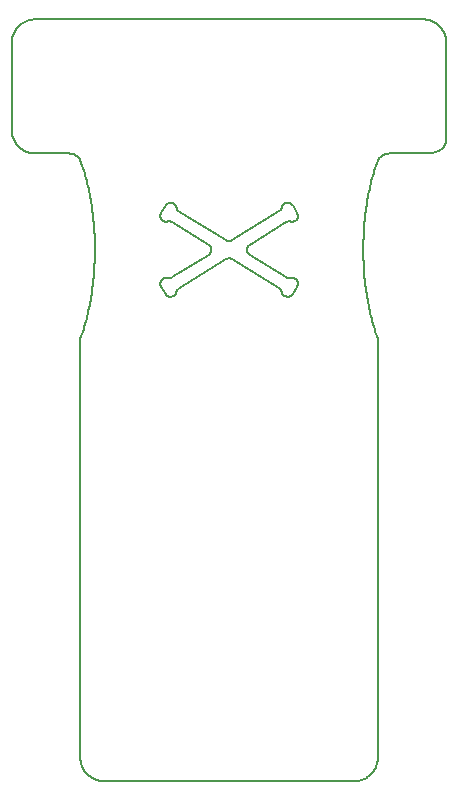
<source format=gm1>
G04 #@! TF.GenerationSoftware,KiCad,Pcbnew,5.1.9+dfsg1-1*
G04 #@! TF.CreationDate,2022-03-10T00:01:25+01:00*
G04 #@! TF.ProjectId,edgedriver,65646765-6472-4697-9665-722e6b696361,rev?*
G04 #@! TF.SameCoordinates,Original*
G04 #@! TF.FileFunction,Profile,NP*
%FSLAX46Y46*%
G04 Gerber Fmt 4.6, Leading zero omitted, Abs format (unit mm)*
G04 Created by KiCad (PCBNEW 5.1.9+dfsg1-1) date 2022-03-10 00:01:25*
%MOMM*%
%LPD*%
G01*
G04 APERTURE LIST*
G04 #@! TA.AperFunction,Profile*
%ADD10C,0.141421*%
G04 #@! TD*
G04 APERTURE END LIST*
D10*
X-16399440Y19500102D02*
X-16502663Y19497508D01*
X-16502663Y19497508D02*
X-16604498Y19489809D01*
X-16604498Y19489809D02*
X-16704822Y19477129D01*
X-16704822Y19477129D02*
X-16803510Y19459592D01*
X-16803510Y19459592D02*
X-16900439Y19437322D01*
X-16900439Y19437322D02*
X-16995485Y19410443D01*
X-16995485Y19410443D02*
X-17088524Y19379078D01*
X-17088524Y19379078D02*
X-17179432Y19343352D01*
X-17179432Y19343352D02*
X-17268085Y19303389D01*
X-17268085Y19303389D02*
X-17354360Y19259312D01*
X-17354360Y19259312D02*
X-17438132Y19211245D01*
X-17438132Y19211245D02*
X-17519277Y19159313D01*
X-17519277Y19159313D02*
X-17597672Y19103638D01*
X-17597672Y19103638D02*
X-17673193Y19044346D01*
X-17673193Y19044346D02*
X-17745716Y18981560D01*
X-17745716Y18981560D02*
X-17815117Y18915404D01*
X-17815117Y18915404D02*
X-17881272Y18846002D01*
X-17881272Y18846002D02*
X-17944057Y18773478D01*
X-17944057Y18773478D02*
X-18003348Y18697955D01*
X-18003348Y18697955D02*
X-18059022Y18619558D01*
X-18059022Y18619558D02*
X-18110954Y18538411D01*
X-18110954Y18538411D02*
X-18159021Y18454637D01*
X-18159021Y18454637D02*
X-18203098Y18368361D01*
X-18203098Y18368361D02*
X-18243062Y18279706D01*
X-18243062Y18279706D02*
X-18278790Y18188796D01*
X-18278790Y18188796D02*
X-18310156Y18095756D01*
X-18310156Y18095756D02*
X-18337037Y18000709D01*
X-18337037Y18000709D02*
X-18359310Y17903778D01*
X-18359310Y17903778D02*
X-18376850Y17805089D01*
X-18376850Y17805089D02*
X-18389533Y17704765D01*
X-18389533Y17704765D02*
X-18397236Y17602930D01*
X-18397236Y17602930D02*
X-18399835Y17499707D01*
X-18399835Y17499707D02*
X-18400206Y10140983D01*
X-18400206Y10140983D02*
X-18397617Y10037760D01*
X-18397617Y10037760D02*
X-18389922Y9935925D01*
X-18389922Y9935925D02*
X-18377246Y9835600D01*
X-18377246Y9835600D02*
X-18359712Y9736911D01*
X-18359712Y9736911D02*
X-18337445Y9639981D01*
X-18337445Y9639981D02*
X-18310568Y9544934D01*
X-18310568Y9544934D02*
X-18279205Y9451893D01*
X-18279205Y9451893D02*
X-18243480Y9360984D01*
X-18243480Y9360984D02*
X-18203517Y9272329D01*
X-18203517Y9272329D02*
X-18159441Y9186052D01*
X-18159441Y9186052D02*
X-18111374Y9102279D01*
X-18111374Y9102279D02*
X-18059441Y9021131D01*
X-18059441Y9021131D02*
X-18003766Y8942735D01*
X-18003766Y8942735D02*
X-17944474Y8867212D01*
X-17944474Y8867212D02*
X-17881686Y8794688D01*
X-17881686Y8794688D02*
X-17815529Y8725286D01*
X-17815529Y8725286D02*
X-17746126Y8659130D01*
X-17746126Y8659130D02*
X-17673600Y8596343D01*
X-17673600Y8596343D02*
X-17598076Y8537051D01*
X-17598076Y8537051D02*
X-17519677Y8481377D01*
X-17519677Y8481377D02*
X-17438528Y8429445D01*
X-17438528Y8429445D02*
X-17354753Y8381378D01*
X-17354753Y8381378D02*
X-17268475Y8337301D01*
X-17268475Y8337301D02*
X-17179818Y8297337D01*
X-17179818Y8297337D02*
X-17088907Y8261611D01*
X-17088907Y8261611D02*
X-16995865Y8230247D01*
X-16995865Y8230247D02*
X-16900816Y8203367D01*
X-16900816Y8203367D02*
X-16803885Y8181097D01*
X-16803885Y8181097D02*
X-16705195Y8163561D01*
X-16705195Y8163561D02*
X-16604870Y8150881D01*
X-16604870Y8150881D02*
X-16503034Y8143182D01*
X-16503034Y8143182D02*
X-16399811Y8140588D01*
X-16399811Y8140588D02*
X-14699140Y8140588D01*
X-14699140Y8140588D02*
X-13637852Y8140588D01*
X-13637852Y8140588D02*
X-13583573Y8139794D01*
X-13583573Y8139794D02*
X-13530535Y8137444D01*
X-13530535Y8137444D02*
X-13478751Y8133569D01*
X-13478751Y8133569D02*
X-13428233Y8128200D01*
X-13428233Y8128200D02*
X-13378993Y8121371D01*
X-13378993Y8121371D02*
X-13331043Y8113111D01*
X-13331043Y8113111D02*
X-13284396Y8103453D01*
X-13284396Y8103453D02*
X-13239064Y8092428D01*
X-13239064Y8092428D02*
X-13195059Y8080067D01*
X-13195059Y8080067D02*
X-13152394Y8066403D01*
X-13152394Y8066403D02*
X-13111080Y8051467D01*
X-13111080Y8051467D02*
X-13071130Y8035290D01*
X-13071130Y8035290D02*
X-13032557Y8017904D01*
X-13032557Y8017904D02*
X-12995372Y7999340D01*
X-12995372Y7999340D02*
X-12959588Y7979630D01*
X-12959588Y7979630D02*
X-12925216Y7958806D01*
X-12925216Y7958806D02*
X-12892270Y7936899D01*
X-12892270Y7936899D02*
X-12860762Y7913941D01*
X-12860762Y7913941D02*
X-12830703Y7889962D01*
X-12830703Y7889962D02*
X-12802107Y7864996D01*
X-12802107Y7864996D02*
X-12774984Y7839073D01*
X-12774984Y7839073D02*
X-12749349Y7812224D01*
X-12749349Y7812224D02*
X-12725212Y7784482D01*
X-12725212Y7784482D02*
X-12702586Y7755879D01*
X-12702586Y7755879D02*
X-12681484Y7726444D01*
X-12681484Y7726444D02*
X-12661917Y7696211D01*
X-12661917Y7696211D02*
X-12643898Y7665210D01*
X-12643898Y7665210D02*
X-12627440Y7633474D01*
X-12627440Y7633474D02*
X-12612553Y7601033D01*
X-12612553Y7601033D02*
X-12599252Y7567919D01*
X-12599252Y7567919D02*
X-12587547Y7534165D01*
X-12587547Y7534165D02*
X-12577452Y7499800D01*
X-12577452Y7499800D02*
X-12504782Y7298777D01*
X-12504782Y7298777D02*
X-12434222Y7094805D01*
X-12434222Y7094805D02*
X-12365785Y6887964D01*
X-12365785Y6887964D02*
X-12299483Y6678333D01*
X-12299483Y6678333D02*
X-12235330Y6465993D01*
X-12235330Y6465993D02*
X-12173338Y6251023D01*
X-12173338Y6251023D02*
X-12113521Y6033503D01*
X-12113521Y6033503D02*
X-12055891Y5813512D01*
X-12055891Y5813512D02*
X-12000461Y5591131D01*
X-12000461Y5591131D02*
X-11947244Y5366440D01*
X-11947244Y5366440D02*
X-11896253Y5139517D01*
X-11896253Y5139517D02*
X-11847502Y4910443D01*
X-11847502Y4910443D02*
X-11801002Y4679297D01*
X-11801002Y4679297D02*
X-11756766Y4446159D01*
X-11756766Y4446159D02*
X-11714809Y4211110D01*
X-11714809Y4211110D02*
X-11675142Y3974228D01*
X-11675142Y3974228D02*
X-11637779Y3735593D01*
X-11637779Y3735593D02*
X-11602732Y3495286D01*
X-11602732Y3495286D02*
X-11570014Y3253386D01*
X-11570014Y3253386D02*
X-11539639Y3009972D01*
X-11539639Y3009972D02*
X-11511619Y2765125D01*
X-11511619Y2765125D02*
X-11485967Y2518924D01*
X-11485967Y2518924D02*
X-11462697Y2271449D01*
X-11462697Y2271449D02*
X-11441820Y2022780D01*
X-11441820Y2022780D02*
X-11423350Y1772996D01*
X-11423350Y1772996D02*
X-11407300Y1522177D01*
X-11407300Y1522177D02*
X-11393682Y1270403D01*
X-11393682Y1270403D02*
X-11382511Y1017754D01*
X-11382511Y1017754D02*
X-11373798Y764310D01*
X-11373798Y764310D02*
X-11367556Y510149D01*
X-11367556Y510149D02*
X-11363799Y255353D01*
X-11363799Y255353D02*
X-11362539Y0D01*
X-11362539Y0D02*
X-11363826Y-257803D01*
X-11363826Y-257803D02*
X-11367659Y-515034D01*
X-11367659Y-515034D02*
X-11374023Y-771610D01*
X-11374023Y-771610D02*
X-11382906Y-1027449D01*
X-11382906Y-1027449D02*
X-11394294Y-1282470D01*
X-11394294Y-1282470D02*
X-11408173Y-1536590D01*
X-11408173Y-1536590D02*
X-11424531Y-1789728D01*
X-11424531Y-1789728D02*
X-11443354Y-2041802D01*
X-11443354Y-2041802D02*
X-11464628Y-2292729D01*
X-11464628Y-2292729D02*
X-11488340Y-2542428D01*
X-11488340Y-2542428D02*
X-11514476Y-2790817D01*
X-11514476Y-2790817D02*
X-11543024Y-3037814D01*
X-11543024Y-3037814D02*
X-11573969Y-3283337D01*
X-11573969Y-3283337D02*
X-11607299Y-3527304D01*
X-11607299Y-3527304D02*
X-11643000Y-3769633D01*
X-11643000Y-3769633D02*
X-11681058Y-4010242D01*
X-11681058Y-4010242D02*
X-11721460Y-4249049D01*
X-11721460Y-4249049D02*
X-11764193Y-4485973D01*
X-11764193Y-4485973D02*
X-11809244Y-4720930D01*
X-11809244Y-4720930D02*
X-11856598Y-4953841D01*
X-11856598Y-4953841D02*
X-11906243Y-5184622D01*
X-11906243Y-5184622D02*
X-11958165Y-5413191D01*
X-11958165Y-5413191D02*
X-12012350Y-5639467D01*
X-12012350Y-5639467D02*
X-12068786Y-5863368D01*
X-12068786Y-5863368D02*
X-12127459Y-6084811D01*
X-12127459Y-6084811D02*
X-12188355Y-6303715D01*
X-12188355Y-6303715D02*
X-12251461Y-6519998D01*
X-12251461Y-6519998D02*
X-12316764Y-6733578D01*
X-12316764Y-6733578D02*
X-12384250Y-6944373D01*
X-12384250Y-6944373D02*
X-12453905Y-7152301D01*
X-12453905Y-7152301D02*
X-12525717Y-7357280D01*
X-12525717Y-7357280D02*
X-12599672Y-7559228D01*
X-12599672Y-7559228D02*
X-12599672Y-42999958D01*
X-12599672Y-42999958D02*
X-12597080Y-43103180D01*
X-12597080Y-43103180D02*
X-12589386Y-43205011D01*
X-12589386Y-43205011D02*
X-12576713Y-43305328D01*
X-12576713Y-43305328D02*
X-12559186Y-43404008D01*
X-12559186Y-43404008D02*
X-12536927Y-43500927D01*
X-12536927Y-43500927D02*
X-12510062Y-43595961D01*
X-12510062Y-43595961D02*
X-12478713Y-43688985D01*
X-12478713Y-43688985D02*
X-12443004Y-43779878D01*
X-12443004Y-43779878D02*
X-12403059Y-43868514D01*
X-12403059Y-43868514D02*
X-12359003Y-43954770D01*
X-12359003Y-43954770D02*
X-12310957Y-44038523D01*
X-12310957Y-44038523D02*
X-12259047Y-44119648D01*
X-12259047Y-44119648D02*
X-12203396Y-44198022D01*
X-12203396Y-44198022D02*
X-12144127Y-44273521D01*
X-12144127Y-44273521D02*
X-12081365Y-44346021D01*
X-12081365Y-44346021D02*
X-12015234Y-44415399D01*
X-12015234Y-44415399D02*
X-11945856Y-44481531D01*
X-11945856Y-44481531D02*
X-11873355Y-44544293D01*
X-11873355Y-44544293D02*
X-11797856Y-44603562D01*
X-11797856Y-44603562D02*
X-11719483Y-44659213D01*
X-11719483Y-44659213D02*
X-11638358Y-44711123D01*
X-11638358Y-44711123D02*
X-11554605Y-44759168D01*
X-11554605Y-44759168D02*
X-11468349Y-44803225D01*
X-11468349Y-44803225D02*
X-11379713Y-44843169D01*
X-11379713Y-44843169D02*
X-11288821Y-44878878D01*
X-11288821Y-44878878D02*
X-11195796Y-44910227D01*
X-11195796Y-44910227D02*
X-11100762Y-44937092D01*
X-11100762Y-44937092D02*
X-11003844Y-44959350D01*
X-11003844Y-44959350D02*
X-10905164Y-44976877D01*
X-10905164Y-44976877D02*
X-10804847Y-44989550D01*
X-10804847Y-44989550D02*
X-10703016Y-44997244D01*
X-10703016Y-44997244D02*
X-10599795Y-44999835D01*
X-10599795Y-44999835D02*
X10599980Y-44999835D01*
X10599980Y-44999835D02*
X10703201Y-44997244D01*
X10703201Y-44997244D02*
X10805032Y-44989550D01*
X10805032Y-44989550D02*
X10905349Y-44976877D01*
X10905349Y-44976877D02*
X11004029Y-44959350D01*
X11004029Y-44959350D02*
X11100948Y-44937092D01*
X11100948Y-44937092D02*
X11195981Y-44910227D01*
X11195981Y-44910227D02*
X11289006Y-44878878D01*
X11289006Y-44878878D02*
X11379898Y-44843169D01*
X11379898Y-44843169D02*
X11468534Y-44803225D01*
X11468534Y-44803225D02*
X11554790Y-44759168D01*
X11554790Y-44759168D02*
X11638543Y-44711123D01*
X11638543Y-44711123D02*
X11719668Y-44659213D01*
X11719668Y-44659213D02*
X11798042Y-44603562D01*
X11798042Y-44603562D02*
X11873540Y-44544293D01*
X11873540Y-44544293D02*
X11946041Y-44481531D01*
X11946041Y-44481531D02*
X12015419Y-44415399D01*
X12015419Y-44415399D02*
X12081551Y-44346021D01*
X12081551Y-44346021D02*
X12144313Y-44273521D01*
X12144313Y-44273521D02*
X12203581Y-44198022D01*
X12203581Y-44198022D02*
X12259232Y-44119648D01*
X12259232Y-44119648D02*
X12311142Y-44038523D01*
X12311142Y-44038523D02*
X12359188Y-43954770D01*
X12359188Y-43954770D02*
X12403245Y-43868514D01*
X12403245Y-43868514D02*
X12443189Y-43779878D01*
X12443189Y-43779878D02*
X12478898Y-43688985D01*
X12478898Y-43688985D02*
X12510247Y-43595961D01*
X12510247Y-43595961D02*
X12537112Y-43500927D01*
X12537112Y-43500927D02*
X12559371Y-43404008D01*
X12559371Y-43404008D02*
X12576898Y-43305328D01*
X12576898Y-43305328D02*
X12589571Y-43205011D01*
X12589571Y-43205011D02*
X12597265Y-43103180D01*
X12597265Y-43103180D02*
X12599858Y-42999958D01*
X12599858Y-42999958D02*
X12599858Y-7560262D01*
X12599858Y-7560262D02*
X12525893Y-7358288D01*
X12525893Y-7358288D02*
X12454072Y-7153281D01*
X12454072Y-7153281D02*
X12384408Y-6945326D01*
X12384408Y-6945326D02*
X12316915Y-6734503D01*
X12316915Y-6734503D02*
X12251605Y-6520894D01*
X12251605Y-6520894D02*
X12188492Y-6304581D01*
X12188492Y-6304581D02*
X12127590Y-6085647D01*
X12127590Y-6085647D02*
X12068912Y-5864173D01*
X12068912Y-5864173D02*
X12012472Y-5640242D01*
X12012472Y-5640242D02*
X11958282Y-5413934D01*
X11958282Y-5413934D02*
X11906357Y-5185333D01*
X11906357Y-5185333D02*
X11856709Y-4954520D01*
X11856709Y-4954520D02*
X11809353Y-4721577D01*
X11809353Y-4721577D02*
X11764300Y-4486586D01*
X11764300Y-4486586D02*
X11721566Y-4249629D01*
X11721566Y-4249629D02*
X11681163Y-4010788D01*
X11681163Y-4010788D02*
X11643105Y-3770145D01*
X11643105Y-3770145D02*
X11607405Y-3527782D01*
X11607405Y-3527782D02*
X11574077Y-3283781D01*
X11574077Y-3283781D02*
X11543133Y-3038224D01*
X11543133Y-3038224D02*
X11514588Y-2791193D01*
X11514588Y-2791193D02*
X11488455Y-2542770D01*
X11488455Y-2542770D02*
X11464747Y-2293036D01*
X11464747Y-2293036D02*
X11443478Y-2042074D01*
X11443478Y-2042074D02*
X11424661Y-1789966D01*
X11424661Y-1789966D02*
X11408309Y-1536794D01*
X11408309Y-1536794D02*
X11394436Y-1282639D01*
X11394436Y-1282639D02*
X11383055Y-1027584D01*
X11383055Y-1027584D02*
X11374180Y-771711D01*
X11374180Y-771711D02*
X11367825Y-515101D01*
X11367825Y-515101D02*
X11364001Y-257837D01*
X11364001Y-257837D02*
X11362724Y0D01*
X11362724Y0D02*
X11363984Y255353D01*
X11363984Y255353D02*
X11367741Y510149D01*
X11367741Y510149D02*
X11373983Y764310D01*
X11373983Y764310D02*
X11382696Y1017754D01*
X11382696Y1017754D02*
X11393868Y1270403D01*
X11393868Y1270403D02*
X11407485Y1522177D01*
X11407485Y1522177D02*
X11423535Y1772996D01*
X11423535Y1772996D02*
X11442005Y2022780D01*
X11442005Y2022780D02*
X11462882Y2271449D01*
X11462882Y2271449D02*
X11486153Y2518924D01*
X11486153Y2518924D02*
X11511804Y2765125D01*
X11511804Y2765125D02*
X11539824Y3009972D01*
X11539824Y3009972D02*
X11570200Y3253386D01*
X11570200Y3253386D02*
X11602917Y3495286D01*
X11602917Y3495286D02*
X11637964Y3735593D01*
X11637964Y3735593D02*
X11675327Y3974228D01*
X11675327Y3974228D02*
X11714994Y4211110D01*
X11714994Y4211110D02*
X11756952Y4446159D01*
X11756952Y4446159D02*
X11801187Y4679297D01*
X11801187Y4679297D02*
X11847687Y4910443D01*
X11847687Y4910443D02*
X11896439Y5139517D01*
X11896439Y5139517D02*
X11947429Y5366440D01*
X11947429Y5366440D02*
X12000646Y5591131D01*
X12000646Y5591131D02*
X12056076Y5813512D01*
X12056076Y5813512D02*
X12113706Y6033503D01*
X12113706Y6033503D02*
X12173524Y6251023D01*
X12173524Y6251023D02*
X12235515Y6465993D01*
X12235515Y6465993D02*
X12299668Y6678333D01*
X12299668Y6678333D02*
X12365970Y6887964D01*
X12365970Y6887964D02*
X12434407Y7094805D01*
X12434407Y7094805D02*
X12504967Y7298777D01*
X12504967Y7298777D02*
X12577637Y7499800D01*
X12577637Y7499800D02*
X12586908Y7531087D01*
X12586908Y7531087D02*
X12597892Y7562154D01*
X12597892Y7562154D02*
X12610573Y7592952D01*
X12610573Y7592952D02*
X12624933Y7623429D01*
X12624933Y7623429D02*
X12640955Y7653536D01*
X12640955Y7653536D02*
X12658621Y7683220D01*
X12658621Y7683220D02*
X12677914Y7712431D01*
X12677914Y7712431D02*
X12698817Y7741120D01*
X12698817Y7741120D02*
X12721311Y7769233D01*
X12721311Y7769233D02*
X12745380Y7796722D01*
X12745380Y7796722D02*
X12771006Y7823535D01*
X12771006Y7823535D02*
X12798172Y7849622D01*
X12798172Y7849622D02*
X12826861Y7874931D01*
X12826861Y7874931D02*
X12857054Y7899412D01*
X12857054Y7899412D02*
X12888735Y7923014D01*
X12888735Y7923014D02*
X12921886Y7945687D01*
X12921886Y7945687D02*
X12956490Y7967379D01*
X12956490Y7967379D02*
X12992529Y7988040D01*
X12992529Y7988040D02*
X13029986Y8007619D01*
X13029986Y8007619D02*
X13068844Y8026065D01*
X13068844Y8026065D02*
X13109085Y8043328D01*
X13109085Y8043328D02*
X13150691Y8059357D01*
X13150691Y8059357D02*
X13193646Y8074100D01*
X13193646Y8074100D02*
X13237931Y8087508D01*
X13237931Y8087508D02*
X13283530Y8099529D01*
X13283530Y8099529D02*
X13330425Y8110113D01*
X13330425Y8110113D02*
X13378599Y8119209D01*
X13378599Y8119209D02*
X13428034Y8126765D01*
X13428034Y8126765D02*
X13478712Y8132733D01*
X13478712Y8132733D02*
X13530618Y8137059D01*
X13530618Y8137059D02*
X13583732Y8139695D01*
X13583732Y8139695D02*
X13638037Y8140588D01*
X13638037Y8140588D02*
X14698954Y8140588D01*
X14698954Y8140588D02*
X16399626Y8140588D01*
X16399626Y8140588D02*
X16502848Y8141344D01*
X16502848Y8141344D02*
X16604684Y8143684D01*
X16604684Y8143684D02*
X16705008Y8147721D01*
X16705008Y8147721D02*
X16803697Y8153564D01*
X16803697Y8153564D02*
X16900628Y8161324D01*
X16900628Y8161324D02*
X16995675Y8171112D01*
X16995675Y8171112D02*
X17088715Y8183038D01*
X17088715Y8183038D02*
X17179625Y8197214D01*
X17179625Y8197214D02*
X17268280Y8213751D01*
X17268280Y8213751D02*
X17354556Y8232758D01*
X17354556Y8232758D02*
X17438330Y8254347D01*
X17438330Y8254347D02*
X17519477Y8278628D01*
X17519477Y8278628D02*
X17597874Y8305712D01*
X17597874Y8305712D02*
X17673397Y8335711D01*
X17673397Y8335711D02*
X17745921Y8368733D01*
X17745921Y8368733D02*
X17815323Y8404892D01*
X17815323Y8404892D02*
X17881479Y8444296D01*
X17881479Y8444296D02*
X17944265Y8487057D01*
X17944265Y8487057D02*
X18003557Y8533286D01*
X18003557Y8533286D02*
X18059231Y8583093D01*
X18059231Y8583093D02*
X18111164Y8636589D01*
X18111164Y8636589D02*
X18159231Y8693885D01*
X18159231Y8693885D02*
X18203308Y8755091D01*
X18203308Y8755091D02*
X18243271Y8820319D01*
X18243271Y8820319D02*
X18278997Y8889679D01*
X18278997Y8889679D02*
X18310362Y8963281D01*
X18310362Y8963281D02*
X18337241Y9041237D01*
X18337241Y9041237D02*
X18359511Y9123657D01*
X18359511Y9123657D02*
X18377048Y9210653D01*
X18377048Y9210653D02*
X18389728Y9302333D01*
X18389728Y9302333D02*
X18397427Y9398811D01*
X18397427Y9398811D02*
X18400020Y9500195D01*
X18400020Y9500195D02*
X18400020Y17499707D01*
X18400020Y17499707D02*
X18397427Y17602930D01*
X18397427Y17602930D02*
X18389728Y17704765D01*
X18389728Y17704765D02*
X18377048Y17805089D01*
X18377048Y17805089D02*
X18359511Y17903778D01*
X18359511Y17903778D02*
X18337241Y18000709D01*
X18337241Y18000709D02*
X18310362Y18095756D01*
X18310362Y18095756D02*
X18278997Y18188796D01*
X18278997Y18188796D02*
X18243271Y18279706D01*
X18243271Y18279706D02*
X18203308Y18368361D01*
X18203308Y18368361D02*
X18159231Y18454637D01*
X18159231Y18454637D02*
X18111164Y18538411D01*
X18111164Y18538411D02*
X18059231Y18619558D01*
X18059231Y18619558D02*
X18003557Y18697955D01*
X18003557Y18697955D02*
X17944265Y18773478D01*
X17944265Y18773478D02*
X17881479Y18846002D01*
X17881479Y18846002D02*
X17815323Y18915404D01*
X17815323Y18915404D02*
X17745921Y18981560D01*
X17745921Y18981560D02*
X17673397Y19044346D01*
X17673397Y19044346D02*
X17597874Y19103638D01*
X17597874Y19103638D02*
X17519477Y19159313D01*
X17519477Y19159313D02*
X17438330Y19211245D01*
X17438330Y19211245D02*
X17354556Y19259312D01*
X17354556Y19259312D02*
X17268280Y19303389D01*
X17268280Y19303389D02*
X17179625Y19343352D01*
X17179625Y19343352D02*
X17088715Y19379078D01*
X17088715Y19379078D02*
X16995675Y19410443D01*
X16995675Y19410443D02*
X16900628Y19437322D01*
X16900628Y19437322D02*
X16803697Y19459592D01*
X16803697Y19459592D02*
X16705008Y19477129D01*
X16705008Y19477129D02*
X16604684Y19489809D01*
X16604684Y19489809D02*
X16502848Y19497508D01*
X16502848Y19497508D02*
X16399626Y19500102D01*
X16399626Y19500102D02*
X-16399440Y19500102D01*
X-4958308Y3984888D02*
X-5002424Y3983941D01*
X-5002424Y3983941D02*
X-5044657Y3979217D01*
X-5044657Y3979217D02*
X-5084475Y3970888D01*
X-5084475Y3970888D02*
X-5121349Y3959125D01*
X-5121349Y3959125D02*
X-5154746Y3944101D01*
X-5154746Y3944101D02*
X-5184134Y3925988D01*
X-5184134Y3925988D02*
X-5227035Y3894106D01*
X-5227035Y3894106D02*
X-5263070Y3865227D01*
X-5263070Y3865227D02*
X-5293169Y3838698D01*
X-5293169Y3838698D02*
X-5318258Y3813868D01*
X-5318258Y3813868D02*
X-5339267Y3790086D01*
X-5339267Y3790086D02*
X-5357123Y3766700D01*
X-5357123Y3766700D02*
X-5372754Y3743058D01*
X-5372754Y3743058D02*
X-5749475Y3133788D01*
X-5749475Y3133788D02*
X-5763560Y3109276D01*
X-5763560Y3109276D02*
X-5776408Y3082905D01*
X-5776408Y3082905D02*
X-5788190Y3053546D01*
X-5788190Y3053546D02*
X-5799073Y3020072D01*
X-5799073Y3020072D02*
X-5809227Y2981354D01*
X-5809227Y2981354D02*
X-5818820Y2936265D01*
X-5818820Y2936265D02*
X-5828023Y2883678D01*
X-5828023Y2883678D02*
X-5830926Y2852025D01*
X-5830926Y2852025D02*
X-5829933Y2818440D01*
X-5829933Y2818440D02*
X-5825131Y2783356D01*
X-5825131Y2783356D02*
X-5816606Y2747209D01*
X-5816606Y2747209D02*
X-5804445Y2710436D01*
X-5804445Y2710436D02*
X-5788736Y2673473D01*
X-5788736Y2673473D02*
X-5769564Y2636753D01*
X-5769564Y2636753D02*
X-5747017Y2600715D01*
X-5747017Y2600715D02*
X-5721182Y2565792D01*
X-5721182Y2565792D02*
X-5692145Y2532421D01*
X-5692145Y2532421D02*
X-5659994Y2501038D01*
X-5659994Y2501038D02*
X-5624814Y2472078D01*
X-5624814Y2472078D02*
X-5586694Y2445978D01*
X-5586694Y2445978D02*
X-5551111Y2425971D01*
X-5551111Y2425971D02*
X-5514277Y2409046D01*
X-5514277Y2409046D02*
X-5476385Y2395222D01*
X-5476385Y2395222D02*
X-5437625Y2384522D01*
X-5437625Y2384522D02*
X-5398189Y2376965D01*
X-5398189Y2376965D02*
X-5358269Y2372574D01*
X-5358269Y2372574D02*
X-5318055Y2371368D01*
X-5318055Y2371368D02*
X-5277740Y2373370D01*
X-5277740Y2373370D02*
X-5237515Y2378599D01*
X-5237515Y2378599D02*
X-5197570Y2387078D01*
X-5197570Y2387078D02*
X-5157668Y2395546D01*
X-5157668Y2395546D02*
X-5117560Y2400751D01*
X-5117560Y2400751D02*
X-5077427Y2402725D01*
X-5077427Y2402725D02*
X-5037451Y2401498D01*
X-5037451Y2401498D02*
X-4997812Y2397103D01*
X-4997812Y2397103D02*
X-4958693Y2389569D01*
X-4958693Y2389569D02*
X-4920274Y2378928D01*
X-4920274Y2378928D02*
X-4882736Y2365212D01*
X-4882736Y2365212D02*
X-4846262Y2348451D01*
X-4846262Y2348451D02*
X-4811031Y2328678D01*
X-4811031Y2328678D02*
X-1736800Y429048D01*
X-1736800Y429048D02*
X-1738350Y426048D01*
X-1738350Y426048D02*
X-1705196Y403870D01*
X-1705196Y403870D02*
X-1674183Y379350D01*
X-1674183Y379350D02*
X-1645398Y352645D01*
X-1645398Y352645D02*
X-1618930Y323914D01*
X-1618930Y323914D02*
X-1594867Y293316D01*
X-1594867Y293316D02*
X-1573299Y261007D01*
X-1573299Y261007D02*
X-1554314Y227145D01*
X-1554314Y227145D02*
X-1538000Y191890D01*
X-1538000Y191890D02*
X-1524446Y155399D01*
X-1524446Y155399D02*
X-1513741Y117830D01*
X-1513741Y117830D02*
X-1505974Y79342D01*
X-1505974Y79342D02*
X-1501232Y40092D01*
X-1501232Y40092D02*
X-1499605Y238D01*
X-1499605Y238D02*
X-1501231Y-39618D01*
X-1501231Y-39618D02*
X-1505973Y-78871D01*
X-1505973Y-78871D02*
X-1513740Y-117361D01*
X-1513740Y-117361D02*
X-1524445Y-154931D01*
X-1524445Y-154931D02*
X-1537998Y-191423D01*
X-1537998Y-191423D02*
X-1554312Y-226679D01*
X-1554312Y-226679D02*
X-1573297Y-260540D01*
X-1573297Y-260540D02*
X-1594866Y-292850D01*
X-1594866Y-292850D02*
X-1618928Y-323449D01*
X-1618928Y-323449D02*
X-1645396Y-352180D01*
X-1645396Y-352180D02*
X-1674182Y-378884D01*
X-1674182Y-378884D02*
X-1705196Y-403405D01*
X-1705196Y-403405D02*
X-1738350Y-425582D01*
X-1738350Y-425582D02*
X-1736800Y-428582D01*
X-1736800Y-428582D02*
X-4811031Y-2328722D01*
X-4811031Y-2328722D02*
X-4846262Y-2348496D01*
X-4846262Y-2348496D02*
X-4882736Y-2365257D01*
X-4882736Y-2365257D02*
X-4920274Y-2378973D01*
X-4920274Y-2378973D02*
X-4958693Y-2389614D01*
X-4958693Y-2389614D02*
X-4997812Y-2397147D01*
X-4997812Y-2397147D02*
X-5037451Y-2401543D01*
X-5037451Y-2401543D02*
X-5077427Y-2402770D01*
X-5077427Y-2402770D02*
X-5117560Y-2400796D01*
X-5117560Y-2400796D02*
X-5157668Y-2395591D01*
X-5157668Y-2395591D02*
X-5197570Y-2387122D01*
X-5197570Y-2387122D02*
X-5237515Y-2378644D01*
X-5237515Y-2378644D02*
X-5277740Y-2373414D01*
X-5277740Y-2373414D02*
X-5318055Y-2371413D01*
X-5318055Y-2371413D02*
X-5358269Y-2372618D01*
X-5358269Y-2372618D02*
X-5398189Y-2377010D01*
X-5398189Y-2377010D02*
X-5437625Y-2384566D01*
X-5437625Y-2384566D02*
X-5476385Y-2395267D01*
X-5476385Y-2395267D02*
X-5514277Y-2409090D01*
X-5514277Y-2409090D02*
X-5551111Y-2426016D01*
X-5551111Y-2426016D02*
X-5586694Y-2446022D01*
X-5586694Y-2446022D02*
X-5624814Y-2472123D01*
X-5624814Y-2472123D02*
X-5659994Y-2501084D01*
X-5659994Y-2501084D02*
X-5692146Y-2532467D01*
X-5692146Y-2532467D02*
X-5721182Y-2565839D01*
X-5721182Y-2565839D02*
X-5747018Y-2600762D01*
X-5747018Y-2600762D02*
X-5769565Y-2636802D01*
X-5769565Y-2636802D02*
X-5788736Y-2673521D01*
X-5788736Y-2673521D02*
X-5804446Y-2710486D01*
X-5804446Y-2710486D02*
X-5816606Y-2747259D01*
X-5816606Y-2747259D02*
X-5825131Y-2783405D01*
X-5825131Y-2783405D02*
X-5829933Y-2818488D01*
X-5829933Y-2818488D02*
X-5830926Y-2852072D01*
X-5830926Y-2852072D02*
X-5828023Y-2883722D01*
X-5828023Y-2883722D02*
X-5818820Y-2936315D01*
X-5818820Y-2936315D02*
X-5809227Y-2981408D01*
X-5809227Y-2981408D02*
X-5799073Y-3020130D01*
X-5799073Y-3020130D02*
X-5788190Y-3053607D01*
X-5788190Y-3053607D02*
X-5776408Y-3082965D01*
X-5776408Y-3082965D02*
X-5763560Y-3109331D01*
X-5763560Y-3109331D02*
X-5749475Y-3133832D01*
X-5749475Y-3133832D02*
X-5372754Y-3743102D01*
X-5372754Y-3743102D02*
X-5357123Y-3766756D01*
X-5357123Y-3766756D02*
X-5339267Y-3790151D01*
X-5339267Y-3790151D02*
X-5318258Y-3813938D01*
X-5318258Y-3813938D02*
X-5293169Y-3838769D01*
X-5293169Y-3838769D02*
X-5263070Y-3865294D01*
X-5263070Y-3865294D02*
X-5227035Y-3894165D01*
X-5227035Y-3894165D02*
X-5184134Y-3926032D01*
X-5184134Y-3926032D02*
X-5154746Y-3944118D01*
X-5154746Y-3944118D02*
X-5121349Y-3959081D01*
X-5121349Y-3959081D02*
X-5084476Y-3970782D01*
X-5084476Y-3970782D02*
X-5044657Y-3979084D01*
X-5044657Y-3979084D02*
X-5002424Y-3983847D01*
X-5002424Y-3983847D02*
X-4958308Y-3984932D01*
X-4958308Y-3984932D02*
X-4924284Y-3983123D01*
X-4924284Y-3983123D02*
X-4889568Y-3979065D01*
X-4889568Y-3979065D02*
X-4854218Y-3972563D01*
X-4854218Y-3972563D02*
X-4818291Y-3963420D01*
X-4818291Y-3963420D02*
X-4781844Y-3951441D01*
X-4781844Y-3951441D02*
X-4744935Y-3936431D01*
X-4744935Y-3936431D02*
X-4707619Y-3918193D01*
X-4707619Y-3918193D02*
X-4669954Y-3896532D01*
X-4669954Y-3896532D02*
X-4640301Y-3876254D01*
X-4640301Y-3876254D02*
X-4611990Y-3852950D01*
X-4611990Y-3852950D02*
X-4585229Y-3826848D01*
X-4585229Y-3826848D02*
X-4560223Y-3798176D01*
X-4560223Y-3798176D02*
X-4537179Y-3767161D01*
X-4537179Y-3767161D02*
X-4516302Y-3734032D01*
X-4516302Y-3734032D02*
X-4497800Y-3699016D01*
X-4497800Y-3699016D02*
X-4481877Y-3662340D01*
X-4481877Y-3662340D02*
X-4468741Y-3624233D01*
X-4468741Y-3624233D02*
X-4458597Y-3584922D01*
X-4458597Y-3584922D02*
X-4447253Y-3541426D01*
X-4447253Y-3541426D02*
X-4432686Y-3499789D01*
X-4432686Y-3499789D02*
X-4415499Y-3460497D01*
X-4415499Y-3460497D02*
X-4396296Y-3424036D01*
X-4396296Y-3424036D02*
X-4375680Y-3390892D01*
X-4375680Y-3390892D02*
X-4354256Y-3361551D01*
X-4354256Y-3361551D02*
X-4332626Y-3336500D01*
X-4332626Y-3336500D02*
X-4311395Y-3316225D01*
X-4311395Y-3316225D02*
X-4291166Y-3301212D01*
X-4291166Y-3301212D02*
X-281075Y-822302D01*
X-281075Y-822302D02*
X-258337Y-808302D01*
X-258337Y-808302D02*
X-224012Y-788957D01*
X-224012Y-788957D02*
X-188411Y-772439D01*
X-188411Y-772439D02*
X-151708Y-758795D01*
X-151708Y-758795D02*
X-114078Y-748072D01*
X-114078Y-748072D02*
X-75696Y-740317D01*
X-75696Y-740317D02*
X-36735Y-735578D01*
X-36735Y-735578D02*
X2629Y-733902D01*
X2629Y-733902D02*
X40103Y-735338D01*
X40103Y-735338D02*
X77209Y-739553D01*
X77209Y-739553D02*
X113797Y-746504D01*
X113797Y-746504D02*
X149718Y-756145D01*
X149718Y-756145D02*
X184822Y-768430D01*
X184822Y-768430D02*
X218962Y-783315D01*
X218962Y-783315D02*
X251987Y-800754D01*
X251987Y-800754D02*
X283749Y-820702D01*
X283749Y-820702D02*
X4235445Y-3263452D01*
X4235445Y-3263452D02*
X4268754Y-3286255D01*
X4268754Y-3286255D02*
X4299928Y-3311483D01*
X4299928Y-3311483D02*
X4328858Y-3338989D01*
X4328858Y-3338989D02*
X4355433Y-3368624D01*
X4355433Y-3368624D02*
X4379541Y-3400239D01*
X4379541Y-3400239D02*
X4401072Y-3433685D01*
X4401072Y-3433685D02*
X4419915Y-3468814D01*
X4419915Y-3468814D02*
X4435958Y-3505477D01*
X4435958Y-3505477D02*
X4449092Y-3543526D01*
X4449092Y-3543526D02*
X4459204Y-3582812D01*
X4459204Y-3582812D02*
X4469346Y-3622118D01*
X4469346Y-3622118D02*
X4482548Y-3660245D01*
X4482548Y-3660245D02*
X4498699Y-3697030D01*
X4498699Y-3697030D02*
X4517688Y-3732310D01*
X4517688Y-3732310D02*
X4539405Y-3765920D01*
X4539405Y-3765920D02*
X4563740Y-3797697D01*
X4563740Y-3797697D02*
X4590580Y-3827478D01*
X4590580Y-3827478D02*
X4619816Y-3855098D01*
X4619816Y-3855098D02*
X4651336Y-3880394D01*
X4651336Y-3880394D02*
X4685030Y-3903202D01*
X4685030Y-3903202D02*
X4725433Y-3925688D01*
X4725433Y-3925688D02*
X4767071Y-3944255D01*
X4767071Y-3944255D02*
X4809514Y-3959020D01*
X4809514Y-3959020D02*
X4852336Y-3970100D01*
X4852336Y-3970100D02*
X4895109Y-3977613D01*
X4895109Y-3977613D02*
X4937406Y-3981677D01*
X4937406Y-3981677D02*
X4978799Y-3982409D01*
X4978799Y-3982409D02*
X5018860Y-3979926D01*
X5018860Y-3979926D02*
X5057162Y-3974346D01*
X5057162Y-3974346D02*
X5093277Y-3965786D01*
X5093277Y-3965786D02*
X5126777Y-3954364D01*
X5126777Y-3954364D02*
X5157236Y-3940197D01*
X5157236Y-3940197D02*
X5184225Y-3923402D01*
X5184225Y-3923402D02*
X5227121Y-3891554D01*
X5227121Y-3891554D02*
X5263155Y-3862690D01*
X5263155Y-3862690D02*
X5293253Y-3836164D01*
X5293253Y-3836164D02*
X5318344Y-3811327D01*
X5318344Y-3811327D02*
X5339354Y-3787531D01*
X5339354Y-3787531D02*
X5357212Y-3764129D01*
X5357212Y-3764129D02*
X5372844Y-3740472D01*
X5372844Y-3740472D02*
X5749565Y-3131202D01*
X5749565Y-3131202D02*
X5763543Y-3106800D01*
X5763543Y-3106800D02*
X5776324Y-3080500D01*
X5776324Y-3080500D02*
X5788075Y-3051175D01*
X5788075Y-3051175D02*
X5798963Y-3017698D01*
X5798963Y-3017698D02*
X5809154Y-2978944D01*
X5809154Y-2978944D02*
X5818815Y-2933784D01*
X5818815Y-2933784D02*
X5828113Y-2881092D01*
X5828113Y-2881092D02*
X5831158Y-2846658D01*
X5831158Y-2846658D02*
X5829728Y-2810072D01*
X5829728Y-2810072D02*
X5824029Y-2771946D01*
X5824029Y-2771946D02*
X5814267Y-2732893D01*
X5814267Y-2732893D02*
X5800649Y-2693523D01*
X5800649Y-2693523D02*
X5783382Y-2654447D01*
X5783382Y-2654447D02*
X5762671Y-2616279D01*
X5762671Y-2616279D02*
X5738724Y-2579629D01*
X5738724Y-2579629D02*
X5711745Y-2545108D01*
X5711745Y-2545108D02*
X5681942Y-2513329D01*
X5681942Y-2513329D02*
X5649522Y-2484904D01*
X5649522Y-2484904D02*
X5614689Y-2460442D01*
X5614689Y-2460442D02*
X5575533Y-2437819D01*
X5575533Y-2437819D02*
X5536558Y-2418508D01*
X5536558Y-2418508D02*
X5497786Y-2402451D01*
X5497786Y-2402451D02*
X5459241Y-2389588D01*
X5459241Y-2389588D02*
X5420944Y-2379858D01*
X5420944Y-2379858D02*
X5382919Y-2373203D01*
X5382919Y-2373203D02*
X5345188Y-2369561D01*
X5345188Y-2369561D02*
X5307774Y-2368874D01*
X5307774Y-2368874D02*
X5270700Y-2371082D01*
X5270700Y-2371082D02*
X5233988Y-2376125D01*
X5233988Y-2376125D02*
X5197660Y-2383942D01*
X5197660Y-2383942D02*
X5157758Y-2392411D01*
X5157758Y-2392411D02*
X5117650Y-2397616D01*
X5117650Y-2397616D02*
X5077517Y-2399590D01*
X5077517Y-2399590D02*
X5037541Y-2398363D01*
X5037541Y-2398363D02*
X4997902Y-2393967D01*
X4997902Y-2393967D02*
X4958783Y-2386434D01*
X4958783Y-2386434D02*
X4920364Y-2375793D01*
X4920364Y-2375793D02*
X4882827Y-2362077D01*
X4882827Y-2362077D02*
X4846352Y-2345316D01*
X4846352Y-2345316D02*
X4811121Y-2325542D01*
X4811121Y-2325542D02*
X1743091Y-429012D01*
X1743091Y-429012D02*
X1745671Y-425012D01*
X1745671Y-425012D02*
X1712518Y-402835D01*
X1712518Y-402835D02*
X1681504Y-378315D01*
X1681504Y-378315D02*
X1652719Y-351610D01*
X1652719Y-351610D02*
X1626251Y-322879D01*
X1626251Y-322879D02*
X1602189Y-292280D01*
X1602189Y-292280D02*
X1580621Y-259971D01*
X1580621Y-259971D02*
X1561636Y-226110D01*
X1561636Y-226110D02*
X1545322Y-190855D01*
X1545322Y-190855D02*
X1531768Y-154364D01*
X1531768Y-154364D02*
X1521063Y-116795D01*
X1521063Y-116795D02*
X1513295Y-78307D01*
X1513295Y-78307D02*
X1508553Y-39056D01*
X1508553Y-39056D02*
X1506926Y798D01*
X1506926Y798D02*
X1508526Y40630D01*
X1508526Y40630D02*
X1513237Y79862D01*
X1513237Y79862D02*
X1520971Y118335D01*
X1520971Y118335D02*
X1531640Y155892D01*
X1531640Y155892D02*
X1545156Y192374D01*
X1545156Y192374D02*
X1561430Y227625D01*
X1561430Y227625D02*
X1580373Y261485D01*
X1580373Y261485D02*
X1601898Y293798D01*
X1601898Y293798D02*
X1625916Y324405D01*
X1625916Y324405D02*
X1652339Y353148D01*
X1652339Y353148D02*
X1681079Y379870D01*
X1681079Y379870D02*
X1712047Y404412D01*
X1712047Y404412D02*
X1745154Y426618D01*
X1745154Y426618D02*
X1743604Y429618D01*
X1743604Y429618D02*
X4811117Y2325618D01*
X4811117Y2325618D02*
X4846348Y2345391D01*
X4846348Y2345391D02*
X4882823Y2362152D01*
X4882823Y2362152D02*
X4920361Y2375868D01*
X4920361Y2375868D02*
X4958780Y2386509D01*
X4958780Y2386509D02*
X4997899Y2394043D01*
X4997899Y2394043D02*
X5037537Y2398438D01*
X5037537Y2398438D02*
X5077513Y2399665D01*
X5077513Y2399665D02*
X5117646Y2397691D01*
X5117646Y2397691D02*
X5157755Y2392486D01*
X5157755Y2392486D02*
X5197657Y2384018D01*
X5197657Y2384018D02*
X5233984Y2376195D01*
X5233984Y2376195D02*
X5270696Y2371150D01*
X5270696Y2371150D02*
X5307771Y2368941D01*
X5307771Y2368941D02*
X5345185Y2369628D01*
X5345185Y2369628D02*
X5382915Y2373270D01*
X5382915Y2373270D02*
X5420941Y2379927D01*
X5420941Y2379927D02*
X5459237Y2389658D01*
X5459237Y2389658D02*
X5497783Y2402523D01*
X5497783Y2402523D02*
X5536555Y2418582D01*
X5536555Y2418582D02*
X5575530Y2437894D01*
X5575530Y2437894D02*
X5614686Y2460518D01*
X5614686Y2460518D02*
X5649518Y2484979D01*
X5649518Y2484979D02*
X5681939Y2513405D01*
X5681939Y2513405D02*
X5711742Y2545184D01*
X5711742Y2545184D02*
X5738720Y2579704D01*
X5738720Y2579704D02*
X5762668Y2616354D01*
X5762668Y2616354D02*
X5783379Y2654523D01*
X5783379Y2654523D02*
X5800646Y2693598D01*
X5800646Y2693598D02*
X5814264Y2732968D01*
X5814264Y2732968D02*
X5824025Y2772022D01*
X5824025Y2772022D02*
X5829724Y2810147D01*
X5829724Y2810147D02*
X5831154Y2846733D01*
X5831154Y2846733D02*
X5828110Y2881168D01*
X5828110Y2881168D02*
X5818812Y2933856D01*
X5818812Y2933856D02*
X5809151Y2979010D01*
X5809151Y2979010D02*
X5798960Y3017758D01*
X5798960Y3017758D02*
X5788072Y3051229D01*
X5788072Y3051229D02*
X5776321Y3080553D01*
X5776321Y3080553D02*
X5763539Y3106860D01*
X5763539Y3106860D02*
X5749562Y3131278D01*
X5749562Y3131278D02*
X5372845Y3740938D01*
X5372845Y3740938D02*
X5357213Y3764592D01*
X5357213Y3764592D02*
X5339355Y3787988D01*
X5339355Y3787988D02*
X5318345Y3811777D01*
X5318345Y3811777D02*
X5293254Y3836608D01*
X5293254Y3836608D02*
X5263156Y3863134D01*
X5263156Y3863134D02*
X5227122Y3892003D01*
X5227122Y3892003D02*
X5184226Y3923868D01*
X5184226Y3923868D02*
X5157237Y3940654D01*
X5157237Y3940654D02*
X5126778Y3954798D01*
X5126778Y3954798D02*
X5093278Y3966184D01*
X5093278Y3966184D02*
X5057163Y3974699D01*
X5057163Y3974699D02*
X5018861Y3980226D01*
X5018861Y3980226D02*
X4978800Y3982653D01*
X4978800Y3982653D02*
X4937407Y3981864D01*
X4937407Y3981864D02*
X4895110Y3977744D01*
X4895110Y3977744D02*
X4852337Y3970178D01*
X4852337Y3970178D02*
X4809515Y3959052D01*
X4809515Y3959052D02*
X4767072Y3944252D01*
X4767072Y3944252D02*
X4725435Y3925662D01*
X4725435Y3925662D02*
X4685031Y3903168D01*
X4685031Y3903168D02*
X4651337Y3880359D01*
X4651337Y3880359D02*
X4619817Y3855063D01*
X4619817Y3855063D02*
X4590581Y3827443D01*
X4590581Y3827443D02*
X4563741Y3797662D01*
X4563741Y3797662D02*
X4539406Y3765885D01*
X4539406Y3765885D02*
X4517689Y3732275D01*
X4517689Y3732275D02*
X4498700Y3696995D01*
X4498700Y3696995D02*
X4482549Y3660210D01*
X4482549Y3660210D02*
X4469347Y3622083D01*
X4469347Y3622083D02*
X4459205Y3582778D01*
X4459205Y3582778D02*
X4449093Y3543491D01*
X4449093Y3543491D02*
X4435960Y3505442D01*
X4435960Y3505442D02*
X4419916Y3468777D01*
X4419916Y3468777D02*
X4401073Y3433647D01*
X4401073Y3433647D02*
X4379542Y3400200D01*
X4379542Y3400200D02*
X4355434Y3368585D01*
X4355434Y3368585D02*
X4328859Y3338950D01*
X4328859Y3338950D02*
X4299929Y3311445D01*
X4299929Y3311445D02*
X4268755Y3286218D01*
X4268755Y3286218D02*
X4235446Y3263418D01*
X4235446Y3263418D02*
X262562Y807748D01*
X262562Y807748D02*
X261529Y809748D01*
X261529Y809748D02*
X227137Y790366D01*
X227137Y790366D02*
X191464Y773823D01*
X191464Y773823D02*
X154687Y760166D01*
X154687Y760166D02*
X116981Y749443D01*
X116981Y749443D02*
X78522Y741701D01*
X78522Y741701D02*
X39484Y736987D01*
X39484Y736987D02*
X45Y735348D01*
X45Y735348D02*
X-37430Y736786D01*
X-37430Y736786D02*
X-74536Y741003D01*
X-74536Y741003D02*
X-111124Y747954D01*
X-111124Y747954D02*
X-147045Y757594D01*
X-147045Y757594D02*
X-182150Y769878D01*
X-182150Y769878D02*
X-216289Y784762D01*
X-216289Y784762D02*
X-249314Y802200D01*
X-249314Y802200D02*
X-281075Y822148D01*
X-281075Y822148D02*
X-4291166Y3301058D01*
X-4291166Y3301058D02*
X-4311395Y3316099D01*
X-4311395Y3316099D02*
X-4332626Y3336426D01*
X-4332626Y3336426D02*
X-4354256Y3361547D01*
X-4354256Y3361547D02*
X-4375680Y3390967D01*
X-4375680Y3390967D02*
X-4396296Y3424193D01*
X-4396296Y3424193D02*
X-4415499Y3460732D01*
X-4415499Y3460732D02*
X-4432686Y3500089D01*
X-4432686Y3500089D02*
X-4447253Y3541772D01*
X-4447253Y3541772D02*
X-4458597Y3585288D01*
X-4458597Y3585288D02*
X-4468741Y3624580D01*
X-4468741Y3624580D02*
X-4481877Y3662643D01*
X-4481877Y3662643D02*
X-4497800Y3699255D01*
X-4497800Y3699255D02*
X-4516302Y3734195D01*
X-4516302Y3734195D02*
X-4537179Y3767244D01*
X-4537179Y3767244D02*
X-4560223Y3798179D01*
X-4560223Y3798179D02*
X-4585229Y3826781D01*
X-4585229Y3826781D02*
X-4611990Y3852829D01*
X-4611990Y3852829D02*
X-4640301Y3876101D01*
X-4640301Y3876101D02*
X-4669954Y3896378D01*
X-4669954Y3896378D02*
X-4707619Y3917997D01*
X-4707619Y3917997D02*
X-4744935Y3936248D01*
X-4744935Y3936248D02*
X-4781844Y3951304D01*
X-4781844Y3951304D02*
X-4818291Y3963340D01*
X-4818291Y3963340D02*
X-4854218Y3972531D01*
X-4854218Y3972531D02*
X-4889568Y3979051D01*
X-4889568Y3979051D02*
X-4924284Y3983075D01*
X-4924284Y3983075D02*
X-4958308Y3984778D01*
X-4958308Y3984778D02*
X-4958308Y3984888D01*
M02*

</source>
